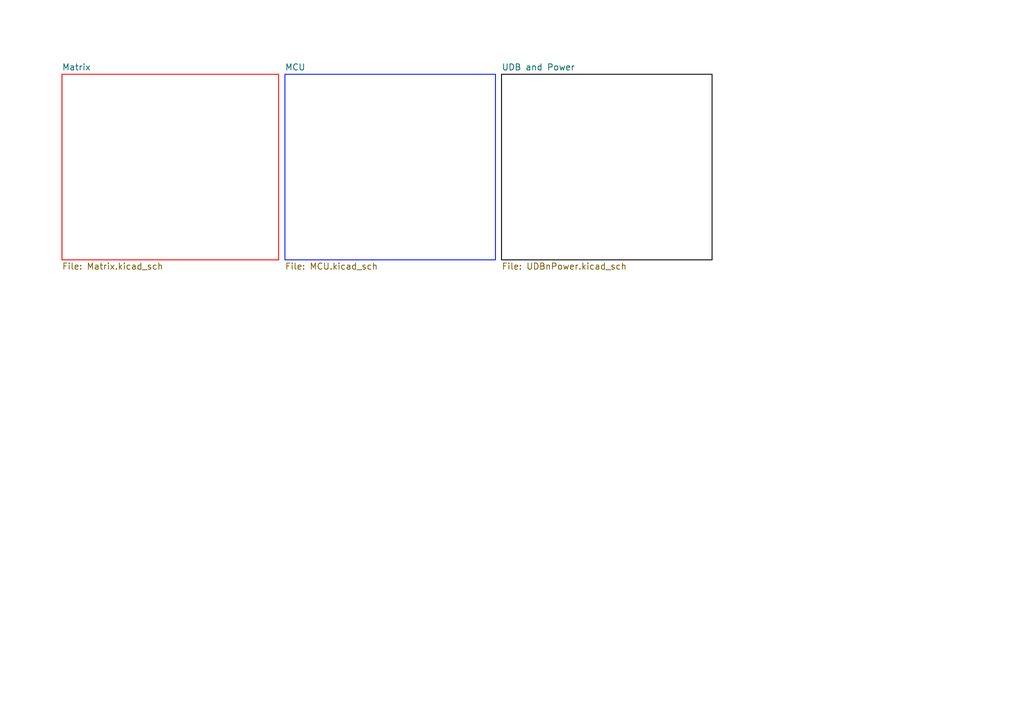
<source format=kicad_sch>
(kicad_sch (version 20230221) (generator eeschema)
  (paper "A5")
  (lib_symbols)
  (sheet (at 12.7 15.24) (size 44.45 38.1) (stroke (width 0.1524) (color 255 0 2 1))
    (property "Sheetname" "Matrix" (at 12.7 14.5284 0) (effects (justify left bottom)))
    (property "Sheetfile" "Matrix.kicad_sch" (at 12.7 53.9246 0) (effects (justify left top)))
  )
  (sheet (at 102.87 15.24) (size 43.18 38.1) (stroke (width 0.1524) (color 0 0 0 1))
    (property "Sheetname" "UDB and Power" (at 102.87 14.5284 0) (effects (justify left bottom)))
    (property "Sheetfile" "UDBnPower.kicad_sch" (at 102.87 53.9246 0) (effects (justify left top)))
  )
  (sheet (at 58.42 15.24) (size 43.18 38.1) (stroke (width 0.1524) (color 0 18 255 1))
    (property "Sheetname" "MCU" (at 58.42 14.5284 0) (effects (justify left bottom)))
    (property "Sheetfile" "MCU.kicad_sch" (at 58.42 53.9246 0) (effects (justify left top)))
  )
)
</source>
